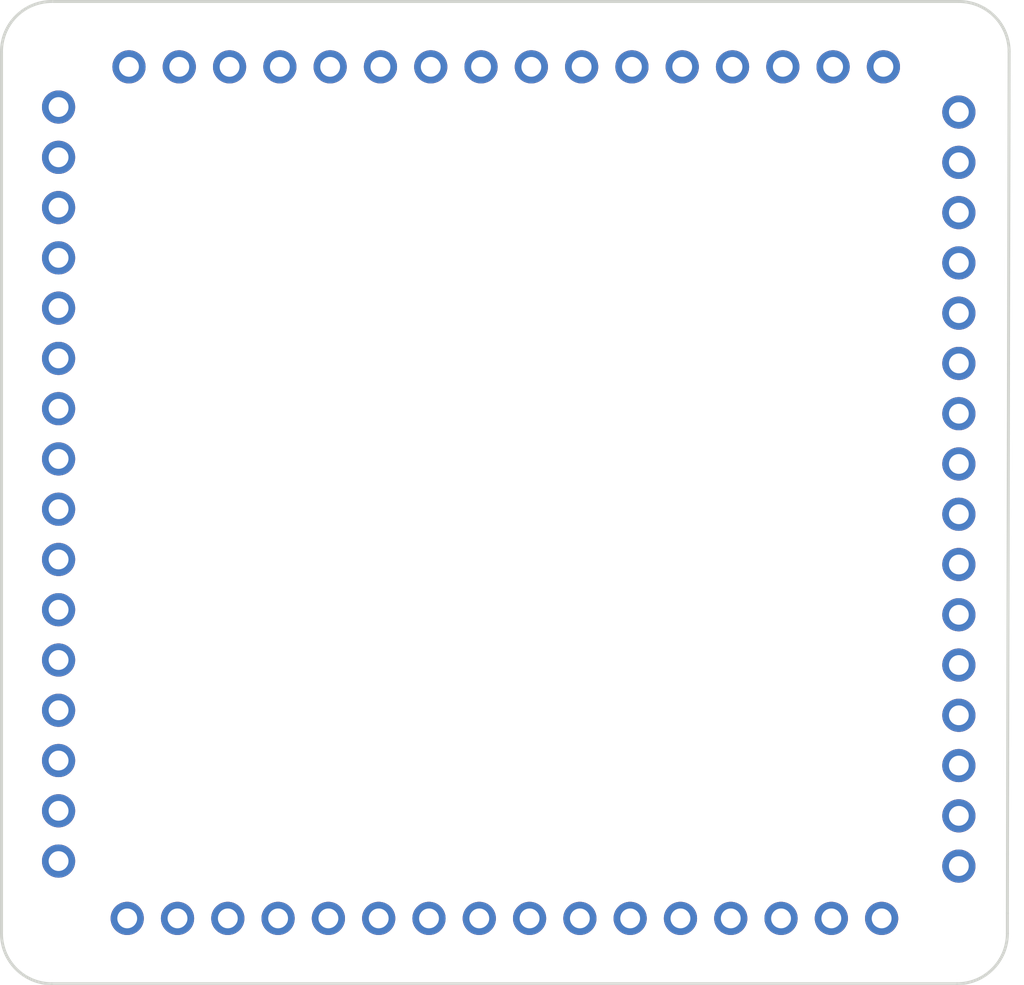
<source format=kicad_pcb>
(kicad_pcb (version 20171130) (host pcbnew "(5.1.2-1)-1")

  (general
    (thickness 1.6)
    (drawings 9)
    (tracks 0)
    (zones 0)
    (modules 4)
    (nets 17)
  )

  (page A4)
  (layers
    (0 Top signal)
    (31 Bottom signal)
    (32 B.Adhes user)
    (33 F.Adhes user)
    (34 B.Paste user)
    (35 F.Paste user)
    (36 B.SilkS user)
    (37 F.SilkS user)
    (38 B.Mask user)
    (39 F.Mask user)
    (40 Dwgs.User user)
    (41 Cmts.User user)
    (42 Eco1.User user)
    (43 Eco2.User user)
    (44 Edge.Cuts user)
    (45 Margin user)
    (46 B.CrtYd user)
    (47 F.CrtYd user)
    (48 B.Fab user)
    (49 F.Fab user)
  )

  (setup
    (last_trace_width 0.25)
    (trace_clearance 0.2)
    (zone_clearance 0.508)
    (zone_45_only no)
    (trace_min 0.2)
    (via_size 0.8)
    (via_drill 0.4)
    (via_min_size 0.4)
    (via_min_drill 0.3)
    (uvia_size 0.3)
    (uvia_drill 0.1)
    (uvias_allowed no)
    (uvia_min_size 0.2)
    (uvia_min_drill 0.1)
    (edge_width 0.05)
    (segment_width 0.2)
    (pcb_text_width 0.3)
    (pcb_text_size 1.5 1.5)
    (mod_edge_width 0.12)
    (mod_text_size 1 1)
    (mod_text_width 0.15)
    (pad_size 1.6764 1.6764)
    (pad_drill 1)
    (pad_to_mask_clearance 0.051)
    (solder_mask_min_width 0.25)
    (aux_axis_origin 0 0)
    (visible_elements FFFFFF7F)
    (pcbplotparams
      (layerselection 0x010fc_ffffffff)
      (usegerberextensions false)
      (usegerberattributes false)
      (usegerberadvancedattributes false)
      (creategerberjobfile false)
      (excludeedgelayer true)
      (linewidth 0.100000)
      (plotframeref false)
      (viasonmask false)
      (mode 1)
      (useauxorigin false)
      (hpglpennumber 1)
      (hpglpenspeed 20)
      (hpglpendiameter 15.000000)
      (psnegative false)
      (psa4output false)
      (plotreference true)
      (plotvalue true)
      (plotinvisibletext false)
      (padsonsilk false)
      (subtractmaskfromsilk false)
      (outputformat 1)
      (mirror false)
      (drillshape 1)
      (scaleselection 1)
      (outputdirectory ""))
  )

  (net 0 "")
  (net 1 G)
  (net 2 TX)
  (net 3 RX)
  (net 4 F)
  (net 5 E)
  (net 6 D)
  (net 7 C)
  (net 8 B)
  (net 9 A)
  (net 10 AREF)
  (net 11 GND)
  (net 12 MOSI)
  (net 13 MISO)
  (net 14 SCK)
  (net 15 +3V3)
  (net 16 RESET)

  (net_class Default "This is the default net class."
    (clearance 0.2)
    (trace_width 0.25)
    (via_dia 0.8)
    (via_drill 0.4)
    (uvia_dia 0.3)
    (uvia_drill 0.1)
    (add_net +3V3)
    (add_net A)
    (add_net AREF)
    (add_net B)
    (add_net C)
    (add_net D)
    (add_net E)
    (add_net F)
    (add_net G)
    (add_net GND)
    (add_net MISO)
    (add_net MOSI)
    (add_net RESET)
    (add_net RX)
    (add_net SCK)
    (add_net TX)
  )

  (module bm2.unrouted:1X16_ROUND (layer Top) (tedit 5D7FFF66) (tstamp 5D7FFE71)
    (at 148.59 70.104 180)
    (descr "<b>PIN HEADER</b>")
    (fp_text reference JP1 (at -20.3962 -1.8288 180) (layer F.SilkS) hide
      (effects (font (size 0.77216 0.77216) (thickness 0.146304)) (justify right top))
    )
    (fp_text value "" (at -20.32 3.175) (layer F.Fab)
      (effects (font (size 0.38608 0.38608) (thickness 0.038608)) (justify right top))
    )
    (fp_line (start -20.32 -0.635) (end -20.32 0.635) (layer F.Fab) (width 0.2032))
    (fp_poly (pts (xy 16.256 0.254) (xy 16.764 0.254) (xy 16.764 -0.254) (xy 16.256 -0.254)) (layer F.Fab) (width 0))
    (fp_poly (pts (xy 13.716 0.254) (xy 14.224 0.254) (xy 14.224 -0.254) (xy 13.716 -0.254)) (layer F.Fab) (width 0))
    (fp_poly (pts (xy 11.176 0.254) (xy 11.684 0.254) (xy 11.684 -0.254) (xy 11.176 -0.254)) (layer F.Fab) (width 0))
    (fp_poly (pts (xy 8.636 0.254) (xy 9.144 0.254) (xy 9.144 -0.254) (xy 8.636 -0.254)) (layer F.Fab) (width 0))
    (fp_poly (pts (xy 6.096 0.254) (xy 6.604 0.254) (xy 6.604 -0.254) (xy 6.096 -0.254)) (layer F.Fab) (width 0))
    (fp_poly (pts (xy 3.556 0.254) (xy 4.064 0.254) (xy 4.064 -0.254) (xy 3.556 -0.254)) (layer F.Fab) (width 0))
    (fp_poly (pts (xy 1.016 0.254) (xy 1.524 0.254) (xy 1.524 -0.254) (xy 1.016 -0.254)) (layer F.Fab) (width 0))
    (fp_poly (pts (xy -1.524 0.254) (xy -1.016 0.254) (xy -1.016 -0.254) (xy -1.524 -0.254)) (layer F.Fab) (width 0))
    (fp_poly (pts (xy -4.064 0.254) (xy -3.556 0.254) (xy -3.556 -0.254) (xy -4.064 -0.254)) (layer F.Fab) (width 0))
    (fp_poly (pts (xy -6.604 0.254) (xy -6.096 0.254) (xy -6.096 -0.254) (xy -6.604 -0.254)) (layer F.Fab) (width 0))
    (fp_poly (pts (xy -9.144 0.254) (xy -8.636 0.254) (xy -8.636 -0.254) (xy -9.144 -0.254)) (layer F.Fab) (width 0))
    (fp_poly (pts (xy -11.684 0.254) (xy -11.176 0.254) (xy -11.176 -0.254) (xy -11.684 -0.254)) (layer F.Fab) (width 0))
    (fp_poly (pts (xy -14.224 0.254) (xy -13.716 0.254) (xy -13.716 -0.254) (xy -14.224 -0.254)) (layer F.Fab) (width 0))
    (fp_poly (pts (xy -16.764 0.254) (xy -16.256 0.254) (xy -16.256 -0.254) (xy -16.764 -0.254)) (layer F.Fab) (width 0))
    (fp_poly (pts (xy -19.304 0.254) (xy -18.796 0.254) (xy -18.796 -0.254) (xy -19.304 -0.254)) (layer F.Fab) (width 0))
    (fp_poly (pts (xy 18.796 0.254) (xy 19.304 0.254) (xy 19.304 -0.254) (xy 18.796 -0.254)) (layer F.Fab) (width 0))
    (pad 1 thru_hole circle (at -19.05 0 270) (size 1.6764 1.6764) (drill 1) (layers *.Cu *.Mask)
      (solder_mask_margin 0.0508))
    (pad 2 thru_hole circle (at -16.51 0 270) (size 1.6764 1.6764) (drill 1) (layers *.Cu *.Mask)
      (net 13 MISO) (solder_mask_margin 0.0508))
    (pad 3 thru_hole circle (at -13.97 0 270) (size 1.6764 1.6764) (drill 1) (layers *.Cu *.Mask)
      (solder_mask_margin 0.0508))
    (pad 4 thru_hole circle (at -11.43 0 270) (size 1.6764 1.6764) (drill 1) (layers *.Cu *.Mask)
      (net 15 +3V3) (solder_mask_margin 0.0508))
    (pad 5 thru_hole circle (at -8.89 0 270) (size 1.6764 1.6764) (drill 1) (layers *.Cu *.Mask)
      (solder_mask_margin 0.0508))
    (pad 6 thru_hole circle (at -6.35 0 270) (size 1.6764 1.6764) (drill 1) (layers *.Cu *.Mask)
      (solder_mask_margin 0.0508))
    (pad 7 thru_hole circle (at -3.81 0 270) (size 1.6764 1.6764) (drill 1) (layers *.Cu *.Mask)
      (net 9 A) (solder_mask_margin 0.0508))
    (pad 8 thru_hole circle (at -1.27 0 270) (size 1.6764 1.6764) (drill 1) (layers *.Cu *.Mask)
      (net 1 G) (solder_mask_margin 0.0508))
    (pad 9 thru_hole circle (at 1.27 0 270) (size 1.6764 1.6764) (drill 1) (layers *.Cu *.Mask)
      (solder_mask_margin 0.0508))
    (pad 10 thru_hole circle (at 3.81 0 270) (size 1.6764 1.6764) (drill 1) (layers *.Cu *.Mask)
      (net 4 F) (solder_mask_margin 0.0508))
    (pad 11 thru_hole circle (at 6.35 0 270) (size 1.6764 1.6764) (drill 1) (layers *.Cu *.Mask)
      (solder_mask_margin 0.0508))
    (pad 12 thru_hole circle (at 8.89 0 270) (size 1.6764 1.6764) (drill 1) (layers *.Cu *.Mask)
      (net 5 E) (solder_mask_margin 0.0508))
    (pad 13 thru_hole circle (at 11.43 0 270) (size 1.6764 1.6764) (drill 1) (layers *.Cu *.Mask)
      (solder_mask_margin 0.0508))
    (pad 14 thru_hole circle (at 13.97 0 270) (size 1.6764 1.6764) (drill 1) (layers *.Cu *.Mask)
      (net 10 AREF) (solder_mask_margin 0.0508))
    (pad 15 thru_hole circle (at 16.51 0 270) (size 1.6764 1.6764) (drill 1) (layers *.Cu *.Mask)
      (net 9 A) (solder_mask_margin 0.0508))
    (pad 16 thru_hole circle (at 19.05 0 270) (size 1.6764 1.6764) (drill 1) (layers *.Cu *.Mask)
      (net 15 +3V3) (solder_mask_margin 0.0508))
  )

  (module bm2.unrouted:1X16_ROUND (layer Top) (tedit 5D7FFF95) (tstamp 5D80013F)
    (at 171.45 91.44 90)
    (descr "<b>PIN HEADER</b>")
    (fp_text reference JP3 (at -20.3962 -1.8288 270) (layer F.SilkS) hide
      (effects (font (size 0.77216 0.77216) (thickness 0.146304)) (justify left top))
    )
    (fp_text value "" (at -20.32 3.175 90) (layer F.Fab)
      (effects (font (size 0.38608 0.38608) (thickness 0.038608)) (justify left top))
    )
    (fp_line (start -20.32 -0.635) (end -20.32 0.635) (layer F.Fab) (width 0.2032))
    (fp_poly (pts (xy 16.256 0.254) (xy 16.764 0.254) (xy 16.764 -0.254) (xy 16.256 -0.254)) (layer F.Fab) (width 0))
    (fp_poly (pts (xy 13.716 0.254) (xy 14.224 0.254) (xy 14.224 -0.254) (xy 13.716 -0.254)) (layer F.Fab) (width 0))
    (fp_poly (pts (xy 11.176 0.254) (xy 11.684 0.254) (xy 11.684 -0.254) (xy 11.176 -0.254)) (layer F.Fab) (width 0))
    (fp_poly (pts (xy 8.636 0.254) (xy 9.144 0.254) (xy 9.144 -0.254) (xy 8.636 -0.254)) (layer F.Fab) (width 0))
    (fp_poly (pts (xy 6.096 0.254) (xy 6.604 0.254) (xy 6.604 -0.254) (xy 6.096 -0.254)) (layer F.Fab) (width 0))
    (fp_poly (pts (xy 3.556 0.254) (xy 4.064 0.254) (xy 4.064 -0.254) (xy 3.556 -0.254)) (layer F.Fab) (width 0))
    (fp_poly (pts (xy 1.016 0.254) (xy 1.524 0.254) (xy 1.524 -0.254) (xy 1.016 -0.254)) (layer F.Fab) (width 0))
    (fp_poly (pts (xy -1.524 0.254) (xy -1.016 0.254) (xy -1.016 -0.254) (xy -1.524 -0.254)) (layer F.Fab) (width 0))
    (fp_poly (pts (xy -4.064 0.254) (xy -3.556 0.254) (xy -3.556 -0.254) (xy -4.064 -0.254)) (layer F.Fab) (width 0))
    (fp_poly (pts (xy -6.604 0.254) (xy -6.096 0.254) (xy -6.096 -0.254) (xy -6.604 -0.254)) (layer F.Fab) (width 0))
    (fp_poly (pts (xy -9.144 0.254) (xy -8.636 0.254) (xy -8.636 -0.254) (xy -9.144 -0.254)) (layer F.Fab) (width 0))
    (fp_poly (pts (xy -11.684 0.254) (xy -11.176 0.254) (xy -11.176 -0.254) (xy -11.684 -0.254)) (layer F.Fab) (width 0))
    (fp_poly (pts (xy -14.224 0.254) (xy -13.716 0.254) (xy -13.716 -0.254) (xy -14.224 -0.254)) (layer F.Fab) (width 0))
    (fp_poly (pts (xy -16.764 0.254) (xy -16.256 0.254) (xy -16.256 -0.254) (xy -16.764 -0.254)) (layer F.Fab) (width 0))
    (fp_poly (pts (xy -19.304 0.254) (xy -18.796 0.254) (xy -18.796 -0.254) (xy -19.304 -0.254)) (layer F.Fab) (width 0))
    (fp_poly (pts (xy 18.796 0.254) (xy 19.304 0.254) (xy 19.304 -0.254) (xy 18.796 -0.254)) (layer F.Fab) (width 0))
    (pad 1 thru_hole circle (at -19.05 0 180) (size 1.6764 1.6764) (drill 1) (layers *.Cu *.Mask)
      (solder_mask_margin 0.0508))
    (pad 2 thru_hole circle (at -16.51 0 180) (size 1.6764 1.6764) (drill 1) (layers *.Cu *.Mask)
      (net 8 B) (solder_mask_margin 0.0508))
    (pad 3 thru_hole circle (at -13.97 0 180) (size 1.6764 1.6764) (drill 1) (layers *.Cu *.Mask)
      (solder_mask_margin 0.0508))
    (pad 4 thru_hole circle (at -11.43 0 180) (size 1.6764 1.6764) (drill 1) (layers *.Cu *.Mask)
      (net 4 F) (solder_mask_margin 0.0508))
    (pad 5 thru_hole circle (at -8.89 0 180) (size 1.6764 1.6764) (drill 1) (layers *.Cu *.Mask)
      (net 9 A) (solder_mask_margin 0.0508))
    (pad 6 thru_hole circle (at -6.35 0 180) (size 1.6764 1.6764) (drill 1) (layers *.Cu *.Mask)
      (solder_mask_margin 0.0508))
    (pad 7 thru_hole circle (at -3.81 0 180) (size 1.6764 1.6764) (drill 1) (layers *.Cu *.Mask)
      (net 11 GND) (solder_mask_margin 0.0508))
    (pad 8 thru_hole circle (at -1.27 0 180) (size 1.6764 1.6764) (drill 1) (layers *.Cu *.Mask)
      (solder_mask_margin 0.0508))
    (pad 9 thru_hole circle (at 1.27 0 180) (size 1.6764 1.6764) (drill 1) (layers *.Cu *.Mask)
      (net 6 D) (solder_mask_margin 0.0508))
    (pad 10 thru_hole circle (at 3.81 0 180) (size 1.6764 1.6764) (drill 1) (layers *.Cu *.Mask)
      (solder_mask_margin 0.0508))
    (pad 11 thru_hole circle (at 6.35 0 180) (size 1.6764 1.6764) (drill 1) (layers *.Cu *.Mask)
      (solder_mask_margin 0.0508))
    (pad 12 thru_hole circle (at 8.89 0 180) (size 1.6764 1.6764) (drill 1) (layers *.Cu *.Mask)
      (net 9 A) (solder_mask_margin 0.0508))
    (pad 13 thru_hole circle (at 11.43 0 180) (size 1.6764 1.6764) (drill 1) (layers *.Cu *.Mask)
      (solder_mask_margin 0.0508))
    (pad 14 thru_hole circle (at 13.97 0 180) (size 1.6764 1.6764) (drill 1) (layers *.Cu *.Mask)
      (net 5 E) (solder_mask_margin 0.0508))
    (pad 15 thru_hole circle (at 16.51 0 180) (size 1.6764 1.6764) (drill 1) (layers *.Cu *.Mask)
      (solder_mask_margin 0.0508))
    (pad 16 thru_hole circle (at 19.05 0 180) (size 1.6764 1.6764) (drill 1) (layers *.Cu *.Mask)
      (net 7 C) (solder_mask_margin 0.0508))
  )

  (module bm2.unrouted:1X16_ROUND (layer Top) (tedit 5D7FFF81) (tstamp 5D8000CF)
    (at 125.984 91.186 90)
    (descr "<b>PIN HEADER</b>")
    (fp_text reference JP4 (at -20.3962 -1.8288 270) (layer F.SilkS) hide
      (effects (font (size 0.77216 0.77216) (thickness 0.146304)) (justify left top))
    )
    (fp_text value "" (at -20.32 3.175 90) (layer F.Fab)
      (effects (font (size 0.38608 0.38608) (thickness 0.038608)) (justify left top))
    )
    (fp_poly (pts (xy 18.796 0.254) (xy 19.304 0.254) (xy 19.304 -0.254) (xy 18.796 -0.254)) (layer F.Fab) (width 0))
    (fp_poly (pts (xy -19.304 0.254) (xy -18.796 0.254) (xy -18.796 -0.254) (xy -19.304 -0.254)) (layer F.Fab) (width 0))
    (fp_poly (pts (xy -16.764 0.254) (xy -16.256 0.254) (xy -16.256 -0.254) (xy -16.764 -0.254)) (layer F.Fab) (width 0))
    (fp_poly (pts (xy -14.224 0.254) (xy -13.716 0.254) (xy -13.716 -0.254) (xy -14.224 -0.254)) (layer F.Fab) (width 0))
    (fp_poly (pts (xy -11.684 0.254) (xy -11.176 0.254) (xy -11.176 -0.254) (xy -11.684 -0.254)) (layer F.Fab) (width 0))
    (fp_poly (pts (xy -9.144 0.254) (xy -8.636 0.254) (xy -8.636 -0.254) (xy -9.144 -0.254)) (layer F.Fab) (width 0))
    (fp_poly (pts (xy -6.604 0.254) (xy -6.096 0.254) (xy -6.096 -0.254) (xy -6.604 -0.254)) (layer F.Fab) (width 0))
    (fp_poly (pts (xy -4.064 0.254) (xy -3.556 0.254) (xy -3.556 -0.254) (xy -4.064 -0.254)) (layer F.Fab) (width 0))
    (fp_poly (pts (xy -1.524 0.254) (xy -1.016 0.254) (xy -1.016 -0.254) (xy -1.524 -0.254)) (layer F.Fab) (width 0))
    (fp_poly (pts (xy 1.016 0.254) (xy 1.524 0.254) (xy 1.524 -0.254) (xy 1.016 -0.254)) (layer F.Fab) (width 0))
    (fp_poly (pts (xy 3.556 0.254) (xy 4.064 0.254) (xy 4.064 -0.254) (xy 3.556 -0.254)) (layer F.Fab) (width 0))
    (fp_poly (pts (xy 6.096 0.254) (xy 6.604 0.254) (xy 6.604 -0.254) (xy 6.096 -0.254)) (layer F.Fab) (width 0))
    (fp_poly (pts (xy 8.636 0.254) (xy 9.144 0.254) (xy 9.144 -0.254) (xy 8.636 -0.254)) (layer F.Fab) (width 0))
    (fp_poly (pts (xy 11.176 0.254) (xy 11.684 0.254) (xy 11.684 -0.254) (xy 11.176 -0.254)) (layer F.Fab) (width 0))
    (fp_poly (pts (xy 13.716 0.254) (xy 14.224 0.254) (xy 14.224 -0.254) (xy 13.716 -0.254)) (layer F.Fab) (width 0))
    (fp_poly (pts (xy 16.256 0.254) (xy 16.764 0.254) (xy 16.764 -0.254) (xy 16.256 -0.254)) (layer F.Fab) (width 0))
    (fp_line (start -20.32 -0.635) (end -20.32 0.635) (layer F.Fab) (width 0.2032))
    (pad 16 thru_hole circle (at 19.05 0 180) (size 1.6764 1.6764) (drill 1) (layers *.Cu *.Mask)
      (solder_mask_margin 0.0508))
    (pad 15 thru_hole circle (at 16.51 0 180) (size 1.6764 1.6764) (drill 1) (layers *.Cu *.Mask)
      (solder_mask_margin 0.0508))
    (pad 14 thru_hole circle (at 13.97 0 180) (size 1.6764 1.6764) (drill 1) (layers *.Cu *.Mask)
      (net 12 MOSI) (solder_mask_margin 0.0508))
    (pad 13 thru_hole circle (at 11.43 0 180) (size 1.6764 1.6764) (drill 1) (layers *.Cu *.Mask)
      (solder_mask_margin 0.0508))
    (pad 12 thru_hole circle (at 8.89 0 180) (size 1.6764 1.6764) (drill 1) (layers *.Cu *.Mask)
      (solder_mask_margin 0.0508))
    (pad 11 thru_hole circle (at 6.35 0 180) (size 1.6764 1.6764) (drill 1) (layers *.Cu *.Mask)
      (net 9 A) (solder_mask_margin 0.0508))
    (pad 10 thru_hole circle (at 3.81 0 180) (size 1.6764 1.6764) (drill 1) (layers *.Cu *.Mask)
      (solder_mask_margin 0.0508))
    (pad 9 thru_hole circle (at 1.27 0 180) (size 1.6764 1.6764) (drill 1) (layers *.Cu *.Mask)
      (net 1 G) (solder_mask_margin 0.0508))
    (pad 8 thru_hole circle (at -1.27 0 180) (size 1.6764 1.6764) (drill 1) (layers *.Cu *.Mask)
      (solder_mask_margin 0.0508))
    (pad 7 thru_hole circle (at -3.81 0 180) (size 1.6764 1.6764) (drill 1) (layers *.Cu *.Mask)
      (net 8 B) (solder_mask_margin 0.0508))
    (pad 6 thru_hole circle (at -6.35 0 180) (size 1.6764 1.6764) (drill 1) (layers *.Cu *.Mask)
      (solder_mask_margin 0.0508))
    (pad 5 thru_hole circle (at -8.89 0 180) (size 1.6764 1.6764) (drill 1) (layers *.Cu *.Mask)
      (solder_mask_margin 0.0508))
    (pad 4 thru_hole circle (at -11.43 0 180) (size 1.6764 1.6764) (drill 1) (layers *.Cu *.Mask)
      (net 13 MISO) (solder_mask_margin 0.0508))
    (pad 3 thru_hole circle (at -13.97 0 180) (size 1.6764 1.6764) (drill 1) (layers *.Cu *.Mask)
      (solder_mask_margin 0.0508))
    (pad 2 thru_hole circle (at -16.51 0 180) (size 1.6764 1.6764) (drill 1) (layers *.Cu *.Mask)
      (net 8 B) (solder_mask_margin 0.0508))
    (pad 1 thru_hole circle (at -19.05 0 180) (size 1.6764 1.6764) (drill 1) (layers *.Cu *.Mask)
      (solder_mask_margin 0.0508))
  )

  (module bm2.unrouted:1X16_ROUND (layer Top) (tedit 0) (tstamp 5D14123B)
    (at 148.5011 113.1316 180)
    (descr "<b>PIN HEADER</b>")
    (fp_text reference JP2 (at -20.3962 -1.8288 180) (layer F.SilkS) hide
      (effects (font (size 0.77216 0.77216) (thickness 0.146304)) (justify right top))
    )
    (fp_text value "" (at -20.32 3.175) (layer F.Fab)
      (effects (font (size 0.38608 0.38608) (thickness 0.038608)) (justify right top))
    )
    (fp_poly (pts (xy 18.796 0.254) (xy 19.304 0.254) (xy 19.304 -0.254) (xy 18.796 -0.254)) (layer F.Fab) (width 0))
    (fp_poly (pts (xy -19.304 0.254) (xy -18.796 0.254) (xy -18.796 -0.254) (xy -19.304 -0.254)) (layer F.Fab) (width 0))
    (fp_poly (pts (xy -16.764 0.254) (xy -16.256 0.254) (xy -16.256 -0.254) (xy -16.764 -0.254)) (layer F.Fab) (width 0))
    (fp_poly (pts (xy -14.224 0.254) (xy -13.716 0.254) (xy -13.716 -0.254) (xy -14.224 -0.254)) (layer F.Fab) (width 0))
    (fp_poly (pts (xy -11.684 0.254) (xy -11.176 0.254) (xy -11.176 -0.254) (xy -11.684 -0.254)) (layer F.Fab) (width 0))
    (fp_poly (pts (xy -9.144 0.254) (xy -8.636 0.254) (xy -8.636 -0.254) (xy -9.144 -0.254)) (layer F.Fab) (width 0))
    (fp_poly (pts (xy -6.604 0.254) (xy -6.096 0.254) (xy -6.096 -0.254) (xy -6.604 -0.254)) (layer F.Fab) (width 0))
    (fp_poly (pts (xy -4.064 0.254) (xy -3.556 0.254) (xy -3.556 -0.254) (xy -4.064 -0.254)) (layer F.Fab) (width 0))
    (fp_poly (pts (xy -1.524 0.254) (xy -1.016 0.254) (xy -1.016 -0.254) (xy -1.524 -0.254)) (layer F.Fab) (width 0))
    (fp_poly (pts (xy 1.016 0.254) (xy 1.524 0.254) (xy 1.524 -0.254) (xy 1.016 -0.254)) (layer F.Fab) (width 0))
    (fp_poly (pts (xy 3.556 0.254) (xy 4.064 0.254) (xy 4.064 -0.254) (xy 3.556 -0.254)) (layer F.Fab) (width 0))
    (fp_poly (pts (xy 6.096 0.254) (xy 6.604 0.254) (xy 6.604 -0.254) (xy 6.096 -0.254)) (layer F.Fab) (width 0))
    (fp_poly (pts (xy 8.636 0.254) (xy 9.144 0.254) (xy 9.144 -0.254) (xy 8.636 -0.254)) (layer F.Fab) (width 0))
    (fp_poly (pts (xy 11.176 0.254) (xy 11.684 0.254) (xy 11.684 -0.254) (xy 11.176 -0.254)) (layer F.Fab) (width 0))
    (fp_poly (pts (xy 13.716 0.254) (xy 14.224 0.254) (xy 14.224 -0.254) (xy 13.716 -0.254)) (layer F.Fab) (width 0))
    (fp_poly (pts (xy 16.256 0.254) (xy 16.764 0.254) (xy 16.764 -0.254) (xy 16.256 -0.254)) (layer F.Fab) (width 0))
    (fp_line (start -20.32 -0.635) (end -20.32 0.635) (layer F.Fab) (width 0.2032))
    (pad 16 thru_hole circle (at 19.05 0 270) (size 1.6764 1.6764) (drill 1) (layers *.Cu *.Mask)
      (net 16 RESET) (solder_mask_margin 0.0508))
    (pad 15 thru_hole circle (at 16.51 0 270) (size 1.6764 1.6764) (drill 1) (layers *.Cu *.Mask)
      (net 15 +3V3) (solder_mask_margin 0.0508))
    (pad 14 thru_hole circle (at 13.97 0 270) (size 1.6764 1.6764) (drill 1) (layers *.Cu *.Mask)
      (net 10 AREF) (solder_mask_margin 0.0508))
    (pad 13 thru_hole circle (at 11.43 0 270) (size 1.6764 1.6764) (drill 1) (layers *.Cu *.Mask)
      (net 11 GND) (solder_mask_margin 0.0508))
    (pad 12 thru_hole circle (at 8.89 0 270) (size 1.6764 1.6764) (drill 1) (layers *.Cu *.Mask)
      (net 9 A) (solder_mask_margin 0.0508))
    (pad 11 thru_hole circle (at 6.35 0 270) (size 1.6764 1.6764) (drill 1) (layers *.Cu *.Mask)
      (net 8 B) (solder_mask_margin 0.0508))
    (pad 10 thru_hole circle (at 3.81 0 270) (size 1.6764 1.6764) (drill 1) (layers *.Cu *.Mask)
      (net 7 C) (solder_mask_margin 0.0508))
    (pad 9 thru_hole circle (at 1.27 0 270) (size 1.6764 1.6764) (drill 1) (layers *.Cu *.Mask)
      (net 6 D) (solder_mask_margin 0.0508))
    (pad 8 thru_hole circle (at -1.27 0 270) (size 1.6764 1.6764) (drill 1) (layers *.Cu *.Mask)
      (net 5 E) (solder_mask_margin 0.0508))
    (pad 7 thru_hole circle (at -3.81 0 270) (size 1.6764 1.6764) (drill 1) (layers *.Cu *.Mask)
      (net 4 F) (solder_mask_margin 0.0508))
    (pad 6 thru_hole circle (at -6.35 0 270) (size 1.6764 1.6764) (drill 1) (layers *.Cu *.Mask)
      (net 14 SCK) (solder_mask_margin 0.0508))
    (pad 5 thru_hole circle (at -8.89 0 270) (size 1.6764 1.6764) (drill 1) (layers *.Cu *.Mask)
      (net 12 MOSI) (solder_mask_margin 0.0508))
    (pad 4 thru_hole circle (at -11.43 0 270) (size 1.6764 1.6764) (drill 1) (layers *.Cu *.Mask)
      (net 13 MISO) (solder_mask_margin 0.0508))
    (pad 3 thru_hole circle (at -13.97 0 270) (size 1.6764 1.6764) (drill 1) (layers *.Cu *.Mask)
      (net 3 RX) (solder_mask_margin 0.0508))
    (pad 2 thru_hole circle (at -16.51 0 270) (size 1.6764 1.6764) (drill 1) (layers *.Cu *.Mask)
      (net 2 TX) (solder_mask_margin 0.0508))
    (pad 1 thru_hole circle (at -19.05 0 270) (size 1.6764 1.6764) (drill 1) (layers *.Cu *.Mask)
      (net 1 G) (solder_mask_margin 0.0508))
  )

  (gr_arc (start 171.45 69.342) (end 171.45 66.802) (angle 90) (layer Edge.Cuts) (width 0.15) (tstamp 270D1FD0))
  (gr_line (start 173.99 69.342) (end 173.9011 112.8776) (layer Edge.Cuts) (width 0.15) (tstamp 270D15D0))
  (gr_line (start 173.9011 112.8776) (end 173.9011 113.8936) (layer Edge.Cuts) (width 0.15) (tstamp 270D08B0))
  (gr_arc (start 171.3611 113.8936) (end 173.9011 113.8936) (angle 90) (layer Edge.Cuts) (width 0.15) (tstamp 270D04F0))
  (gr_line (start 171.3611 116.4336) (end 125.6411 116.4336) (layer Edge.Cuts) (width 0.15) (tstamp 270D1530))
  (gr_arc (start 125.6411 113.8936) (end 125.6411 116.4336) (angle 90) (layer Edge.Cuts) (width 0.15) (tstamp 270D1C10))
  (gr_line (start 123.1011 113.8936) (end 123.1011 69.342) (layer Edge.Cuts) (width 0.15) (tstamp 270D10D0))
  (gr_arc (start 125.6411 69.342) (end 123.1011 69.342) (angle 90) (layer Edge.Cuts) (width 0.15) (tstamp 270D0950))
  (gr_line (start 171.45 66.802) (end 125.73 66.802) (layer Edge.Cuts) (width 0.15) (tstamp 270D1CB0))

)

</source>
